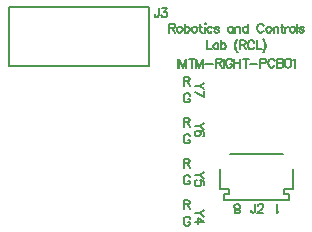
<source format=gto>
G04*
G04 #@! TF.GenerationSoftware,Altium Limited,Altium Designer,19.1.8 (144)*
G04*
G04 Layer_Color=65535*
%FSLAX43Y43*%
%MOMM*%
G71*
G01*
G75*
%ADD10C,0.200*%
%ADD11C,0.152*%
D10*
X168267Y73701D02*
X180167D01*
Y78701D01*
X168267D02*
X180167D01*
X168267Y73685D02*
Y78701D01*
X192342Y63251D02*
Y65001D01*
X191567Y63251D02*
X192342D01*
X191567Y62876D02*
X192017D01*
X191567D02*
Y63251D01*
X192017Y62376D02*
Y62876D01*
X187017Y66226D02*
X191517D01*
X186192Y63251D02*
X186967D01*
X186192D02*
Y65001D01*
X186517Y62376D02*
X192017D01*
X186967Y62876D02*
Y63251D01*
X186517Y62376D02*
Y62876D01*
X186967D01*
D11*
X181847Y77277D02*
Y76515D01*
Y77277D02*
X182174D01*
X182282Y77241D01*
X182319Y77204D01*
X182355Y77132D01*
Y77059D01*
X182319Y76987D01*
X182282Y76950D01*
X182174Y76914D01*
X181847D01*
X182101D02*
X182355Y76515D01*
X182707Y77023D02*
X182634Y76987D01*
X182562Y76914D01*
X182525Y76805D01*
Y76733D01*
X182562Y76624D01*
X182634Y76551D01*
X182707Y76515D01*
X182816D01*
X182888Y76551D01*
X182961Y76624D01*
X182997Y76733D01*
Y76805D01*
X182961Y76914D01*
X182888Y76987D01*
X182816Y77023D01*
X182707D01*
X183164Y77277D02*
Y76515D01*
Y76914D02*
X183237Y76987D01*
X183309Y77023D01*
X183418D01*
X183490Y76987D01*
X183563Y76914D01*
X183599Y76805D01*
Y76733D01*
X183563Y76624D01*
X183490Y76551D01*
X183418Y76515D01*
X183309D01*
X183237Y76551D01*
X183164Y76624D01*
X183944Y77023D02*
X183871Y76987D01*
X183799Y76914D01*
X183763Y76805D01*
Y76733D01*
X183799Y76624D01*
X183871Y76551D01*
X183944Y76515D01*
X184053D01*
X184125Y76551D01*
X184198Y76624D01*
X184234Y76733D01*
Y76805D01*
X184198Y76914D01*
X184125Y76987D01*
X184053Y77023D01*
X183944D01*
X184510Y77277D02*
Y76660D01*
X184546Y76551D01*
X184619Y76515D01*
X184691D01*
X184401Y77023D02*
X184655D01*
X184873Y77277D02*
X184909Y77241D01*
X184945Y77277D01*
X184909Y77313D01*
X184873Y77277D01*
X184909Y77023D02*
Y76515D01*
X185515Y76914D02*
X185442Y76987D01*
X185370Y77023D01*
X185261D01*
X185188Y76987D01*
X185116Y76914D01*
X185079Y76805D01*
Y76733D01*
X185116Y76624D01*
X185188Y76551D01*
X185261Y76515D01*
X185370D01*
X185442Y76551D01*
X185515Y76624D01*
X186077Y76914D02*
X186041Y76987D01*
X185932Y77023D01*
X185823D01*
X185714Y76987D01*
X185678Y76914D01*
X185714Y76842D01*
X185787Y76805D01*
X185968Y76769D01*
X186041Y76733D01*
X186077Y76660D01*
Y76624D01*
X186041Y76551D01*
X185932Y76515D01*
X185823D01*
X185714Y76551D01*
X185678Y76624D01*
X187271Y77023D02*
Y76515D01*
Y76914D02*
X187198Y76987D01*
X187126Y77023D01*
X187017D01*
X186944Y76987D01*
X186872Y76914D01*
X186835Y76805D01*
Y76733D01*
X186872Y76624D01*
X186944Y76551D01*
X187017Y76515D01*
X187126D01*
X187198Y76551D01*
X187271Y76624D01*
X187474Y77023D02*
Y76515D01*
Y76878D02*
X187583Y76987D01*
X187655Y77023D01*
X187764D01*
X187837Y76987D01*
X187873Y76878D01*
Y76515D01*
X188508Y77277D02*
Y76515D01*
Y76914D02*
X188435Y76987D01*
X188363Y77023D01*
X188254D01*
X188181Y76987D01*
X188109Y76914D01*
X188072Y76805D01*
Y76733D01*
X188109Y76624D01*
X188181Y76551D01*
X188254Y76515D01*
X188363D01*
X188435Y76551D01*
X188508Y76624D01*
X189854Y77095D02*
X189817Y77168D01*
X189745Y77241D01*
X189672Y77277D01*
X189527D01*
X189455Y77241D01*
X189382Y77168D01*
X189346Y77095D01*
X189309Y76987D01*
Y76805D01*
X189346Y76696D01*
X189382Y76624D01*
X189455Y76551D01*
X189527Y76515D01*
X189672D01*
X189745Y76551D01*
X189817Y76624D01*
X189854Y76696D01*
X190249Y77023D02*
X190176Y76987D01*
X190104Y76914D01*
X190068Y76805D01*
Y76733D01*
X190104Y76624D01*
X190176Y76551D01*
X190249Y76515D01*
X190358D01*
X190430Y76551D01*
X190503Y76624D01*
X190539Y76733D01*
Y76805D01*
X190503Y76914D01*
X190430Y76987D01*
X190358Y77023D01*
X190249D01*
X190706D02*
Y76515D01*
Y76878D02*
X190815Y76987D01*
X190888Y77023D01*
X190996D01*
X191069Y76987D01*
X191105Y76878D01*
Y76515D01*
X191414Y77277D02*
Y76660D01*
X191450Y76551D01*
X191522Y76515D01*
X191595D01*
X191305Y77023D02*
X191559D01*
X191704D02*
Y76515D01*
Y76805D02*
X191740Y76914D01*
X191813Y76987D01*
X191885Y77023D01*
X191994D01*
X192244D02*
X192172Y76987D01*
X192099Y76914D01*
X192063Y76805D01*
Y76733D01*
X192099Y76624D01*
X192172Y76551D01*
X192244Y76515D01*
X192353D01*
X192426Y76551D01*
X192498Y76624D01*
X192535Y76733D01*
Y76805D01*
X192498Y76914D01*
X192426Y76987D01*
X192353Y77023D01*
X192244D01*
X192701Y77277D02*
Y76515D01*
X193260Y76914D02*
X193224Y76987D01*
X193115Y77023D01*
X193006D01*
X192897Y76987D01*
X192861Y76914D01*
X192897Y76842D01*
X192970Y76805D01*
X193151Y76769D01*
X193224Y76733D01*
X193260Y76660D01*
Y76624D01*
X193224Y76551D01*
X193115Y76515D01*
X193006D01*
X192897Y76551D01*
X192861Y76624D01*
X185072Y75853D02*
Y75091D01*
X185508D01*
X186026Y75599D02*
Y75091D01*
Y75490D02*
X185954Y75563D01*
X185881Y75599D01*
X185772D01*
X185700Y75563D01*
X185627Y75490D01*
X185591Y75381D01*
Y75309D01*
X185627Y75200D01*
X185700Y75127D01*
X185772Y75091D01*
X185881D01*
X185954Y75127D01*
X186026Y75200D01*
X186229Y75853D02*
Y75091D01*
Y75490D02*
X186302Y75563D01*
X186375Y75599D01*
X186483D01*
X186556Y75563D01*
X186629Y75490D01*
X186665Y75381D01*
Y75309D01*
X186629Y75200D01*
X186556Y75127D01*
X186483Y75091D01*
X186375D01*
X186302Y75127D01*
X186229Y75200D01*
X187681Y75998D02*
X187608Y75925D01*
X187535Y75817D01*
X187463Y75671D01*
X187427Y75490D01*
Y75345D01*
X187463Y75163D01*
X187535Y75018D01*
X187608Y74910D01*
X187681Y74837D01*
X187608Y75925D02*
X187535Y75780D01*
X187499Y75671D01*
X187463Y75490D01*
Y75345D01*
X187499Y75163D01*
X187535Y75055D01*
X187608Y74910D01*
X187826Y75853D02*
Y75091D01*
Y75853D02*
X188152D01*
X188261Y75817D01*
X188297Y75780D01*
X188334Y75708D01*
Y75635D01*
X188297Y75563D01*
X188261Y75526D01*
X188152Y75490D01*
X187826D01*
X188080D02*
X188334Y75091D01*
X189048Y75671D02*
X189012Y75744D01*
X188939Y75817D01*
X188867Y75853D01*
X188722D01*
X188649Y75817D01*
X188577Y75744D01*
X188540Y75671D01*
X188504Y75563D01*
Y75381D01*
X188540Y75272D01*
X188577Y75200D01*
X188649Y75127D01*
X188722Y75091D01*
X188867D01*
X188939Y75127D01*
X189012Y75200D01*
X189048Y75272D01*
X189262Y75853D02*
Y75091D01*
X189698D01*
X189781Y75998D02*
X189854Y75925D01*
X189926Y75817D01*
X189999Y75671D01*
X190035Y75490D01*
Y75345D01*
X189999Y75163D01*
X189926Y75018D01*
X189854Y74910D01*
X189781Y74837D01*
X189854Y75925D02*
X189926Y75780D01*
X189962Y75671D01*
X189999Y75490D01*
Y75345D01*
X189962Y75163D01*
X189926Y75055D01*
X189854Y74910D01*
X182574Y74320D02*
Y73558D01*
X182734Y74320D02*
Y73558D01*
Y74320D02*
X183024Y73558D01*
X183315Y74320D02*
X183024Y73558D01*
X183315Y74320D02*
Y73558D01*
X183786Y74320D02*
Y73558D01*
X183532Y74320D02*
X184040D01*
X184131D02*
Y73558D01*
Y74320D02*
X184421Y73558D01*
X184711Y74320D02*
X184421Y73558D01*
X184711Y74320D02*
Y73558D01*
X184929Y73884D02*
X185582D01*
X185807Y74320D02*
Y73558D01*
Y74320D02*
X186133D01*
X186242Y74284D01*
X186278Y74247D01*
X186315Y74175D01*
Y74102D01*
X186278Y74030D01*
X186242Y73993D01*
X186133Y73957D01*
X185807D01*
X186061D02*
X186315Y73558D01*
X186485Y74320D02*
Y73558D01*
X187189Y74138D02*
X187153Y74211D01*
X187080Y74284D01*
X187008Y74320D01*
X186863D01*
X186790Y74284D01*
X186717Y74211D01*
X186681Y74138D01*
X186645Y74030D01*
Y73848D01*
X186681Y73739D01*
X186717Y73667D01*
X186790Y73594D01*
X186863Y73558D01*
X187008D01*
X187080Y73594D01*
X187153Y73667D01*
X187189Y73739D01*
Y73848D01*
X187008D02*
X187189D01*
X187363Y74320D02*
Y73558D01*
X187871Y74320D02*
Y73558D01*
X187363Y73957D02*
X187871D01*
X188335Y74320D02*
Y73558D01*
X188081Y74320D02*
X188589D01*
X188680Y73884D02*
X189333D01*
X189558Y73921D02*
X189884D01*
X189993Y73957D01*
X190030Y73993D01*
X190066Y74066D01*
Y74175D01*
X190030Y74247D01*
X189993Y74284D01*
X189884Y74320D01*
X189558D01*
Y73558D01*
X190781Y74138D02*
X190744Y74211D01*
X190672Y74284D01*
X190599Y74320D01*
X190454D01*
X190381Y74284D01*
X190309Y74211D01*
X190273Y74138D01*
X190236Y74030D01*
Y73848D01*
X190273Y73739D01*
X190309Y73667D01*
X190381Y73594D01*
X190454Y73558D01*
X190599D01*
X190672Y73594D01*
X190744Y73667D01*
X190781Y73739D01*
X190995Y74320D02*
Y73558D01*
Y74320D02*
X191321D01*
X191430Y74284D01*
X191466Y74247D01*
X191502Y74175D01*
Y74102D01*
X191466Y74030D01*
X191430Y73993D01*
X191321Y73957D01*
X190995D02*
X191321D01*
X191430Y73921D01*
X191466Y73884D01*
X191502Y73812D01*
Y73703D01*
X191466Y73631D01*
X191430Y73594D01*
X191321Y73558D01*
X190995D01*
X191891Y74320D02*
X191782Y74284D01*
X191709Y74175D01*
X191673Y73993D01*
Y73884D01*
X191709Y73703D01*
X191782Y73594D01*
X191891Y73558D01*
X191963D01*
X192072Y73594D01*
X192145Y73703D01*
X192181Y73884D01*
Y73993D01*
X192145Y74175D01*
X192072Y74284D01*
X191963Y74320D01*
X191891D01*
X192351Y74175D02*
X192424Y74211D01*
X192533Y74320D01*
Y73558D01*
X183078Y62342D02*
Y61580D01*
Y62342D02*
X183404D01*
X183513Y62306D01*
X183550Y62269D01*
X183586Y62197D01*
Y62124D01*
X183550Y62052D01*
X183513Y62015D01*
X183404Y61979D01*
X183078D01*
X183332D02*
X183586Y61580D01*
X183622Y60763D02*
X183586Y60836D01*
X183513Y60909D01*
X183441Y60945D01*
X183296D01*
X183223Y60909D01*
X183151Y60836D01*
X183114Y60763D01*
X183078Y60655D01*
Y60473D01*
X183114Y60364D01*
X183151Y60292D01*
X183223Y60219D01*
X183296Y60183D01*
X183441D01*
X183513Y60219D01*
X183586Y60292D01*
X183622Y60364D01*
Y60473D01*
X183441D02*
X183622D01*
X183078Y65842D02*
Y65080D01*
Y65842D02*
X183404D01*
X183513Y65806D01*
X183550Y65769D01*
X183586Y65697D01*
Y65624D01*
X183550Y65552D01*
X183513Y65515D01*
X183404Y65479D01*
X183078D01*
X183332D02*
X183586Y65080D01*
X183622Y64263D02*
X183586Y64336D01*
X183513Y64409D01*
X183441Y64445D01*
X183296D01*
X183223Y64409D01*
X183151Y64336D01*
X183114Y64263D01*
X183078Y64155D01*
Y63973D01*
X183114Y63864D01*
X183151Y63792D01*
X183223Y63719D01*
X183296Y63683D01*
X183441D01*
X183513Y63719D01*
X183586Y63792D01*
X183622Y63864D01*
Y63973D01*
X183441D02*
X183622D01*
X183078Y69313D02*
Y68551D01*
Y69313D02*
X183404D01*
X183513Y69276D01*
X183550Y69240D01*
X183586Y69167D01*
Y69095D01*
X183550Y69022D01*
X183513Y68986D01*
X183404Y68950D01*
X183078D01*
X183332D02*
X183586Y68551D01*
X183622Y67734D02*
X183586Y67807D01*
X183513Y67879D01*
X183441Y67916D01*
X183296D01*
X183223Y67879D01*
X183151Y67807D01*
X183114Y67734D01*
X183078Y67625D01*
Y67444D01*
X183114Y67335D01*
X183151Y67263D01*
X183223Y67190D01*
X183296Y67154D01*
X183441D01*
X183513Y67190D01*
X183586Y67263D01*
X183622Y67335D01*
Y67444D01*
X183441D02*
X183622D01*
X183078Y72770D02*
Y72008D01*
Y72770D02*
X183404D01*
X183513Y72734D01*
X183550Y72697D01*
X183586Y72625D01*
Y72552D01*
X183550Y72480D01*
X183513Y72443D01*
X183404Y72407D01*
X183078D01*
X183332D02*
X183586Y72008D01*
X183622Y71192D02*
X183586Y71264D01*
X183513Y71337D01*
X183441Y71373D01*
X183296D01*
X183223Y71337D01*
X183151Y71264D01*
X183114Y71192D01*
X183078Y71083D01*
Y70901D01*
X183114Y70793D01*
X183151Y70720D01*
X183223Y70647D01*
X183296Y70611D01*
X183441D01*
X183513Y70647D01*
X183586Y70720D01*
X183622Y70793D01*
Y70901D01*
X183441D02*
X183622D01*
X191167Y61384D02*
X191094Y61348D01*
X190986Y61239D01*
Y62001D01*
X187686Y61239D02*
X187794Y61275D01*
X187831Y61348D01*
Y61421D01*
X187794Y61493D01*
X187722Y61529D01*
X187577Y61566D01*
X187468Y61602D01*
X187395Y61674D01*
X187359Y61747D01*
Y61856D01*
X187395Y61928D01*
X187432Y61965D01*
X187540Y62001D01*
X187686D01*
X187794Y61965D01*
X187831Y61928D01*
X187867Y61856D01*
Y61747D01*
X187831Y61674D01*
X187758Y61602D01*
X187649Y61566D01*
X187504Y61529D01*
X187432Y61493D01*
X187395Y61421D01*
Y61348D01*
X187432Y61275D01*
X187540Y61239D01*
X187686D01*
X184806Y61511D02*
X184443Y61221D01*
X184044D01*
X184806Y60931D02*
X184443Y61221D01*
X184806Y60470D02*
X184298Y60833D01*
Y60289D01*
X184806Y60470D02*
X184044D01*
X184806Y64718D02*
X184443Y64428D01*
X184044D01*
X184806Y64138D02*
X184443Y64428D01*
X184806Y63604D02*
Y63967D01*
X184479Y64003D01*
X184516Y63967D01*
X184552Y63858D01*
Y63750D01*
X184516Y63641D01*
X184443Y63568D01*
X184334Y63532D01*
X184262D01*
X184153Y63568D01*
X184080Y63641D01*
X184044Y63750D01*
Y63858D01*
X184080Y63967D01*
X184117Y64003D01*
X184189Y64040D01*
X184806Y68875D02*
X184443Y68585D01*
X184044D01*
X184806Y68295D02*
X184443Y68585D01*
X184697Y67761D02*
X184770Y67798D01*
X184806Y67906D01*
Y67979D01*
X184770Y68088D01*
X184661Y68160D01*
X184479Y68197D01*
X184298D01*
X184153Y68160D01*
X184080Y68088D01*
X184044Y67979D01*
Y67943D01*
X184080Y67834D01*
X184153Y67761D01*
X184262Y67725D01*
X184298D01*
X184407Y67761D01*
X184479Y67834D01*
X184516Y67943D01*
Y67979D01*
X184479Y68088D01*
X184407Y68160D01*
X184298Y68197D01*
X184806Y72293D02*
X184443Y72003D01*
X184044D01*
X184806Y71713D02*
X184443Y72003D01*
X184806Y71107D02*
X184044Y71470D01*
X184806Y71615D02*
Y71107D01*
X180982Y78588D02*
Y78007D01*
X180946Y77898D01*
X180910Y77862D01*
X180837Y77826D01*
X180765D01*
X180692Y77862D01*
X180656Y77898D01*
X180620Y78007D01*
Y78080D01*
X181251Y78588D02*
X181650D01*
X181432Y78297D01*
X181541D01*
X181614Y78261D01*
X181650Y78225D01*
X181686Y78116D01*
Y78043D01*
X181650Y77935D01*
X181577Y77862D01*
X181468Y77826D01*
X181360D01*
X181251Y77862D01*
X181214Y77898D01*
X181178Y77971D01*
X189140Y62018D02*
Y61437D01*
X189104Y61329D01*
X189068Y61292D01*
X188995Y61256D01*
X188923D01*
X188850Y61292D01*
X188814Y61329D01*
X188778Y61437D01*
Y61510D01*
X189373Y61837D02*
Y61873D01*
X189409Y61945D01*
X189445Y61982D01*
X189518Y62018D01*
X189663D01*
X189735Y61982D01*
X189772Y61945D01*
X189808Y61873D01*
Y61800D01*
X189772Y61728D01*
X189699Y61619D01*
X189336Y61256D01*
X189844D01*
M02*

</source>
